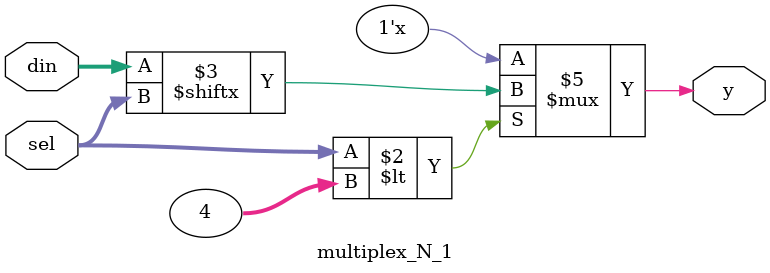
<source format=v>
`timescale 1ns/1ps
module multiplex_N_1
#(
    parameter N = 4,
    // Tornamos SEL_WIDTH um PARÂMETRO (visível na lista de portas)
    parameter SEL_WIDTH = $clog2(N)
)
(
    input  wire [N-1:0] din,
    input  wire [SEL_WIDTH-1:0] sel,
    output reg  y
);
    // Lógica combinacional segura
    always @(*) begin
        y = 1'bx;           // padrão defensivo
        if (sel < N)
            y = din[sel];   // indexação variável válida
    end
endmodule

</source>
